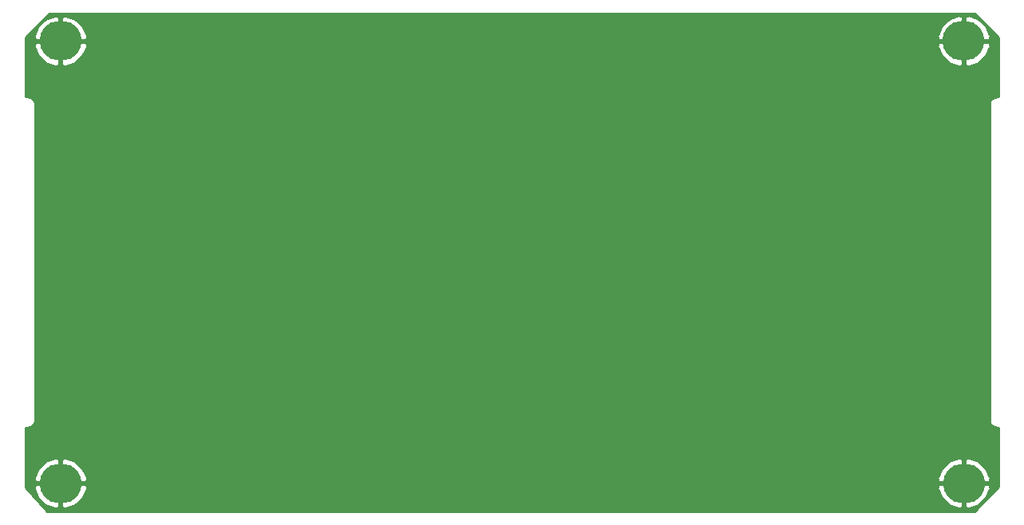
<source format=gbr>
G04 #@! TF.GenerationSoftware,KiCad,Pcbnew,5.0.2+dfsg1-1*
G04 #@! TF.CreationDate,2019-07-23T09:41:23-06:00*
G04 #@! TF.ProjectId,hl2-panel,686c322d-7061-46e6-956c-2e6b69636164,rev?*
G04 #@! TF.SameCoordinates,Original*
G04 #@! TF.FileFunction,Copper,L1,Top*
G04 #@! TF.FilePolarity,Positive*
%FSLAX46Y46*%
G04 Gerber Fmt 4.6, Leading zero omitted, Abs format (unit mm)*
G04 Created by KiCad (PCBNEW 5.0.2+dfsg1-1) date Tue 23 Jul 2019 09:41:23 AM MDT*
%MOMM*%
%LPD*%
G01*
G04 APERTURE LIST*
G04 #@! TA.AperFunction,ComponentPad*
%ADD10O,4.450000X4.200000*%
G04 #@! TD*
G04 #@! TA.AperFunction,Conductor*
%ADD11C,0.254000*%
G04 #@! TD*
G04 APERTURE END LIST*
D10*
G04 #@! TO.P,H1,1*
G04 #@! TO.N,GND*
X64837664Y-144461404D03*
G04 #@! TD*
G04 #@! TO.P,H4,1*
G04 #@! TO.N,GND*
X64835847Y-191382711D03*
G04 #@! TD*
G04 #@! TO.P,H3,1*
G04 #@! TO.N,GND*
X160655625Y-191376298D03*
G04 #@! TD*
G04 #@! TO.P,H2,1*
G04 #@! TO.N,GND*
X160649213Y-144459694D03*
G04 #@! TD*
D11*
G04 #@! TO.N,GND*
G36*
X164365001Y-144104448D02*
X164365000Y-150394941D01*
X164184642Y-150394927D01*
X164112220Y-150380521D01*
X163960774Y-150410646D01*
X163825494Y-150437543D01*
X163825469Y-150437560D01*
X163825438Y-150437566D01*
X163701861Y-150520137D01*
X163582358Y-150599973D01*
X163582341Y-150599998D01*
X163582316Y-150600015D01*
X163502504Y-150719463D01*
X163419890Y-150843081D01*
X163419884Y-150843112D01*
X163419867Y-150843137D01*
X163391528Y-150985607D01*
X163362822Y-151129860D01*
X163377221Y-151202279D01*
X163377220Y-184642027D01*
X163362822Y-184714443D01*
X163389690Y-184849457D01*
X163419866Y-185001162D01*
X163419885Y-185001190D01*
X163419891Y-185001221D01*
X163497086Y-185116730D01*
X163582315Y-185244285D01*
X163582344Y-185244304D01*
X163582361Y-185244330D01*
X163699183Y-185322374D01*
X163825437Y-185406734D01*
X163825470Y-185406741D01*
X163825496Y-185406758D01*
X163965004Y-185434496D01*
X164112220Y-185463779D01*
X164184640Y-185449374D01*
X164365001Y-185449358D01*
X164365000Y-191795553D01*
X161795554Y-194365000D01*
X63427342Y-194365000D01*
X61240822Y-191935534D01*
X62032300Y-191935534D01*
X62050994Y-192019229D01*
X62497048Y-192988659D01*
X63280133Y-193713598D01*
X64281031Y-194083680D01*
X64708847Y-193958915D01*
X64708847Y-191509711D01*
X64962847Y-191509711D01*
X64962847Y-193958915D01*
X65390663Y-194083680D01*
X66391561Y-193713598D01*
X67174646Y-192988659D01*
X67620700Y-192019229D01*
X67639394Y-191935534D01*
X67637807Y-191929121D01*
X157852078Y-191929121D01*
X157870772Y-192012816D01*
X158316826Y-192982246D01*
X159099911Y-193707185D01*
X160100809Y-194077267D01*
X160528625Y-193952502D01*
X160528625Y-191503298D01*
X160782625Y-191503298D01*
X160782625Y-193952502D01*
X161210441Y-194077267D01*
X162211339Y-193707185D01*
X162994424Y-192982246D01*
X163440478Y-192012816D01*
X163459172Y-191929121D01*
X163353743Y-191503298D01*
X160782625Y-191503298D01*
X160528625Y-191503298D01*
X157957507Y-191503298D01*
X157852078Y-191929121D01*
X67637807Y-191929121D01*
X67533965Y-191509711D01*
X64962847Y-191509711D01*
X64708847Y-191509711D01*
X62137729Y-191509711D01*
X62032300Y-191935534D01*
X61240822Y-191935534D01*
X61130554Y-191813015D01*
X61130554Y-190829888D01*
X62032300Y-190829888D01*
X62137729Y-191255711D01*
X64708847Y-191255711D01*
X64708847Y-188806507D01*
X64962847Y-188806507D01*
X64962847Y-191255711D01*
X67533965Y-191255711D01*
X67639394Y-190829888D01*
X67637962Y-190823475D01*
X157852078Y-190823475D01*
X157957507Y-191249298D01*
X160528625Y-191249298D01*
X160528625Y-188800094D01*
X160782625Y-188800094D01*
X160782625Y-191249298D01*
X163353743Y-191249298D01*
X163459172Y-190823475D01*
X163440478Y-190739780D01*
X162994424Y-189770350D01*
X162211339Y-189045411D01*
X161210441Y-188675329D01*
X160782625Y-188800094D01*
X160528625Y-188800094D01*
X160100809Y-188675329D01*
X159099911Y-189045411D01*
X158316826Y-189770350D01*
X157870772Y-190739780D01*
X157852078Y-190823475D01*
X67637962Y-190823475D01*
X67620700Y-190746193D01*
X67174646Y-189776763D01*
X66391561Y-189051824D01*
X65390663Y-188681742D01*
X64962847Y-188806507D01*
X64708847Y-188806507D01*
X64281031Y-188681742D01*
X63280133Y-189051824D01*
X62497048Y-189776763D01*
X62050994Y-190746193D01*
X62032300Y-190829888D01*
X61130554Y-190829888D01*
X61130554Y-185449358D01*
X61310914Y-185449374D01*
X61383334Y-185463779D01*
X61530550Y-185434496D01*
X61670058Y-185406758D01*
X61670084Y-185406741D01*
X61670117Y-185406734D01*
X61796371Y-185322374D01*
X61913193Y-185244330D01*
X61913210Y-185244304D01*
X61913239Y-185244285D01*
X62000387Y-185113859D01*
X62075663Y-185001221D01*
X62075669Y-185001192D01*
X62075688Y-185001163D01*
X62106317Y-184847181D01*
X62132732Y-184714443D01*
X62118334Y-184642027D01*
X62118334Y-151202274D01*
X62132732Y-151129860D01*
X62106417Y-150997624D01*
X62075688Y-150843137D01*
X62075670Y-150843110D01*
X62075664Y-150843081D01*
X61998780Y-150728037D01*
X61913239Y-150600015D01*
X61913212Y-150599997D01*
X61913196Y-150599973D01*
X61796675Y-150522130D01*
X61670116Y-150437566D01*
X61670085Y-150437560D01*
X61670060Y-150437543D01*
X61534780Y-150410646D01*
X61383334Y-150380521D01*
X61310912Y-150394927D01*
X61130554Y-150394941D01*
X61130554Y-145014227D01*
X62034117Y-145014227D01*
X62052811Y-145097922D01*
X62498865Y-146067352D01*
X63281950Y-146792291D01*
X64282848Y-147162373D01*
X64710664Y-147037608D01*
X64710664Y-144588404D01*
X64964664Y-144588404D01*
X64964664Y-147037608D01*
X65392480Y-147162373D01*
X66393378Y-146792291D01*
X67176463Y-146067352D01*
X67622517Y-145097922D01*
X67641211Y-145014227D01*
X67640788Y-145012517D01*
X157845666Y-145012517D01*
X157864360Y-145096212D01*
X158310414Y-146065642D01*
X159093499Y-146790581D01*
X160094397Y-147160663D01*
X160522213Y-147035898D01*
X160522213Y-144586694D01*
X160776213Y-144586694D01*
X160776213Y-147035898D01*
X161204029Y-147160663D01*
X162204927Y-146790581D01*
X162988012Y-146065642D01*
X163434066Y-145096212D01*
X163452760Y-145012517D01*
X163347331Y-144586694D01*
X160776213Y-144586694D01*
X160522213Y-144586694D01*
X157951095Y-144586694D01*
X157845666Y-145012517D01*
X67640788Y-145012517D01*
X67535782Y-144588404D01*
X64964664Y-144588404D01*
X64710664Y-144588404D01*
X62139546Y-144588404D01*
X62034117Y-145014227D01*
X61130554Y-145014227D01*
X61130554Y-144108892D01*
X61330865Y-143908581D01*
X62034117Y-143908581D01*
X62139546Y-144334404D01*
X64710664Y-144334404D01*
X64710664Y-141885200D01*
X64964664Y-141885200D01*
X64964664Y-144334404D01*
X67535782Y-144334404D01*
X67641211Y-143908581D01*
X67640830Y-143906871D01*
X157845666Y-143906871D01*
X157951095Y-144332694D01*
X160522213Y-144332694D01*
X160522213Y-141883490D01*
X160776213Y-141883490D01*
X160776213Y-144332694D01*
X163347331Y-144332694D01*
X163452760Y-143906871D01*
X163434066Y-143823176D01*
X162988012Y-142853746D01*
X162204927Y-142128807D01*
X161204029Y-141758725D01*
X160776213Y-141883490D01*
X160522213Y-141883490D01*
X160094397Y-141758725D01*
X159093499Y-142128807D01*
X158310414Y-142853746D01*
X157864360Y-143823176D01*
X157845666Y-143906871D01*
X67640830Y-143906871D01*
X67622517Y-143824886D01*
X67176463Y-142855456D01*
X66393378Y-142130517D01*
X65392480Y-141760435D01*
X64964664Y-141885200D01*
X64710664Y-141885200D01*
X64282848Y-141760435D01*
X63281950Y-142130517D01*
X62498865Y-142855456D01*
X62052811Y-143824886D01*
X62034117Y-143908581D01*
X61330865Y-143908581D01*
X63704447Y-141535000D01*
X161795554Y-141535000D01*
X164365001Y-144104448D01*
X164365001Y-144104448D01*
G37*
X164365001Y-144104448D02*
X164365000Y-150394941D01*
X164184642Y-150394927D01*
X164112220Y-150380521D01*
X163960774Y-150410646D01*
X163825494Y-150437543D01*
X163825469Y-150437560D01*
X163825438Y-150437566D01*
X163701861Y-150520137D01*
X163582358Y-150599973D01*
X163582341Y-150599998D01*
X163582316Y-150600015D01*
X163502504Y-150719463D01*
X163419890Y-150843081D01*
X163419884Y-150843112D01*
X163419867Y-150843137D01*
X163391528Y-150985607D01*
X163362822Y-151129860D01*
X163377221Y-151202279D01*
X163377220Y-184642027D01*
X163362822Y-184714443D01*
X163389690Y-184849457D01*
X163419866Y-185001162D01*
X163419885Y-185001190D01*
X163419891Y-185001221D01*
X163497086Y-185116730D01*
X163582315Y-185244285D01*
X163582344Y-185244304D01*
X163582361Y-185244330D01*
X163699183Y-185322374D01*
X163825437Y-185406734D01*
X163825470Y-185406741D01*
X163825496Y-185406758D01*
X163965004Y-185434496D01*
X164112220Y-185463779D01*
X164184640Y-185449374D01*
X164365001Y-185449358D01*
X164365000Y-191795553D01*
X161795554Y-194365000D01*
X63427342Y-194365000D01*
X61240822Y-191935534D01*
X62032300Y-191935534D01*
X62050994Y-192019229D01*
X62497048Y-192988659D01*
X63280133Y-193713598D01*
X64281031Y-194083680D01*
X64708847Y-193958915D01*
X64708847Y-191509711D01*
X64962847Y-191509711D01*
X64962847Y-193958915D01*
X65390663Y-194083680D01*
X66391561Y-193713598D01*
X67174646Y-192988659D01*
X67620700Y-192019229D01*
X67639394Y-191935534D01*
X67637807Y-191929121D01*
X157852078Y-191929121D01*
X157870772Y-192012816D01*
X158316826Y-192982246D01*
X159099911Y-193707185D01*
X160100809Y-194077267D01*
X160528625Y-193952502D01*
X160528625Y-191503298D01*
X160782625Y-191503298D01*
X160782625Y-193952502D01*
X161210441Y-194077267D01*
X162211339Y-193707185D01*
X162994424Y-192982246D01*
X163440478Y-192012816D01*
X163459172Y-191929121D01*
X163353743Y-191503298D01*
X160782625Y-191503298D01*
X160528625Y-191503298D01*
X157957507Y-191503298D01*
X157852078Y-191929121D01*
X67637807Y-191929121D01*
X67533965Y-191509711D01*
X64962847Y-191509711D01*
X64708847Y-191509711D01*
X62137729Y-191509711D01*
X62032300Y-191935534D01*
X61240822Y-191935534D01*
X61130554Y-191813015D01*
X61130554Y-190829888D01*
X62032300Y-190829888D01*
X62137729Y-191255711D01*
X64708847Y-191255711D01*
X64708847Y-188806507D01*
X64962847Y-188806507D01*
X64962847Y-191255711D01*
X67533965Y-191255711D01*
X67639394Y-190829888D01*
X67637962Y-190823475D01*
X157852078Y-190823475D01*
X157957507Y-191249298D01*
X160528625Y-191249298D01*
X160528625Y-188800094D01*
X160782625Y-188800094D01*
X160782625Y-191249298D01*
X163353743Y-191249298D01*
X163459172Y-190823475D01*
X163440478Y-190739780D01*
X162994424Y-189770350D01*
X162211339Y-189045411D01*
X161210441Y-188675329D01*
X160782625Y-188800094D01*
X160528625Y-188800094D01*
X160100809Y-188675329D01*
X159099911Y-189045411D01*
X158316826Y-189770350D01*
X157870772Y-190739780D01*
X157852078Y-190823475D01*
X67637962Y-190823475D01*
X67620700Y-190746193D01*
X67174646Y-189776763D01*
X66391561Y-189051824D01*
X65390663Y-188681742D01*
X64962847Y-188806507D01*
X64708847Y-188806507D01*
X64281031Y-188681742D01*
X63280133Y-189051824D01*
X62497048Y-189776763D01*
X62050994Y-190746193D01*
X62032300Y-190829888D01*
X61130554Y-190829888D01*
X61130554Y-185449358D01*
X61310914Y-185449374D01*
X61383334Y-185463779D01*
X61530550Y-185434496D01*
X61670058Y-185406758D01*
X61670084Y-185406741D01*
X61670117Y-185406734D01*
X61796371Y-185322374D01*
X61913193Y-185244330D01*
X61913210Y-185244304D01*
X61913239Y-185244285D01*
X62000387Y-185113859D01*
X62075663Y-185001221D01*
X62075669Y-185001192D01*
X62075688Y-185001163D01*
X62106317Y-184847181D01*
X62132732Y-184714443D01*
X62118334Y-184642027D01*
X62118334Y-151202274D01*
X62132732Y-151129860D01*
X62106417Y-150997624D01*
X62075688Y-150843137D01*
X62075670Y-150843110D01*
X62075664Y-150843081D01*
X61998780Y-150728037D01*
X61913239Y-150600015D01*
X61913212Y-150599997D01*
X61913196Y-150599973D01*
X61796675Y-150522130D01*
X61670116Y-150437566D01*
X61670085Y-150437560D01*
X61670060Y-150437543D01*
X61534780Y-150410646D01*
X61383334Y-150380521D01*
X61310912Y-150394927D01*
X61130554Y-150394941D01*
X61130554Y-145014227D01*
X62034117Y-145014227D01*
X62052811Y-145097922D01*
X62498865Y-146067352D01*
X63281950Y-146792291D01*
X64282848Y-147162373D01*
X64710664Y-147037608D01*
X64710664Y-144588404D01*
X64964664Y-144588404D01*
X64964664Y-147037608D01*
X65392480Y-147162373D01*
X66393378Y-146792291D01*
X67176463Y-146067352D01*
X67622517Y-145097922D01*
X67641211Y-145014227D01*
X67640788Y-145012517D01*
X157845666Y-145012517D01*
X157864360Y-145096212D01*
X158310414Y-146065642D01*
X159093499Y-146790581D01*
X160094397Y-147160663D01*
X160522213Y-147035898D01*
X160522213Y-144586694D01*
X160776213Y-144586694D01*
X160776213Y-147035898D01*
X161204029Y-147160663D01*
X162204927Y-146790581D01*
X162988012Y-146065642D01*
X163434066Y-145096212D01*
X163452760Y-145012517D01*
X163347331Y-144586694D01*
X160776213Y-144586694D01*
X160522213Y-144586694D01*
X157951095Y-144586694D01*
X157845666Y-145012517D01*
X67640788Y-145012517D01*
X67535782Y-144588404D01*
X64964664Y-144588404D01*
X64710664Y-144588404D01*
X62139546Y-144588404D01*
X62034117Y-145014227D01*
X61130554Y-145014227D01*
X61130554Y-144108892D01*
X61330865Y-143908581D01*
X62034117Y-143908581D01*
X62139546Y-144334404D01*
X64710664Y-144334404D01*
X64710664Y-141885200D01*
X64964664Y-141885200D01*
X64964664Y-144334404D01*
X67535782Y-144334404D01*
X67641211Y-143908581D01*
X67640830Y-143906871D01*
X157845666Y-143906871D01*
X157951095Y-144332694D01*
X160522213Y-144332694D01*
X160522213Y-141883490D01*
X160776213Y-141883490D01*
X160776213Y-144332694D01*
X163347331Y-144332694D01*
X163452760Y-143906871D01*
X163434066Y-143823176D01*
X162988012Y-142853746D01*
X162204927Y-142128807D01*
X161204029Y-141758725D01*
X160776213Y-141883490D01*
X160522213Y-141883490D01*
X160094397Y-141758725D01*
X159093499Y-142128807D01*
X158310414Y-142853746D01*
X157864360Y-143823176D01*
X157845666Y-143906871D01*
X67640830Y-143906871D01*
X67622517Y-143824886D01*
X67176463Y-142855456D01*
X66393378Y-142130517D01*
X65392480Y-141760435D01*
X64964664Y-141885200D01*
X64710664Y-141885200D01*
X64282848Y-141760435D01*
X63281950Y-142130517D01*
X62498865Y-142855456D01*
X62052811Y-143824886D01*
X62034117Y-143908581D01*
X61330865Y-143908581D01*
X63704447Y-141535000D01*
X161795554Y-141535000D01*
X164365001Y-144104448D01*
G04 #@! TD*
M02*

</source>
